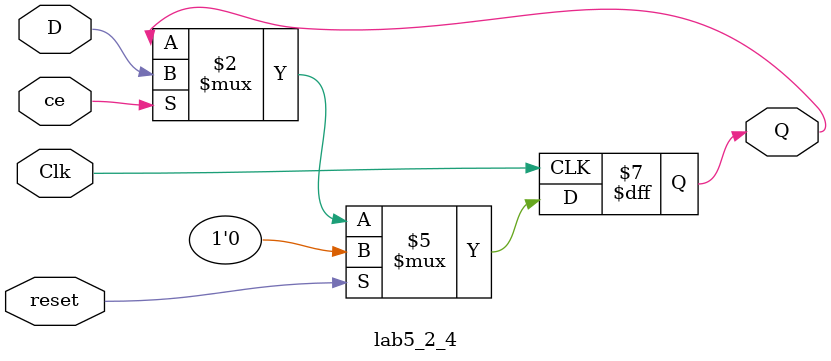
<source format=v>
`timescale 1ns / 1ps


module lab5_2_4(
    input D,Clk,reset,ce,
    output reg Q
    );
    always @(posedge Clk)
    if (reset)
    begin
        Q <= 1'b0;
    end else if (ce)
    begin
        Q <= D;
    end
endmodule

</source>
